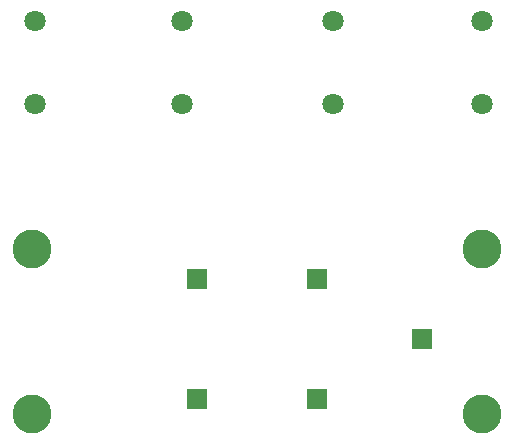
<source format=gbr>
%TF.GenerationSoftware,KiCad,Pcbnew,(5.1.6)-1*%
%TF.CreationDate,2020-10-08T10:17:58-07:00*%
%TF.ProjectId,piezobreakout,7069657a-6f62-4726-9561-6b6f75742e6b,rev?*%
%TF.SameCoordinates,Original*%
%TF.FileFunction,Soldermask,Bot*%
%TF.FilePolarity,Negative*%
%FSLAX46Y46*%
G04 Gerber Fmt 4.6, Leading zero omitted, Abs format (unit mm)*
G04 Created by KiCad (PCBNEW (5.1.6)-1) date 2020-10-08 10:17:58*
%MOMM*%
%LPD*%
G01*
G04 APERTURE LIST*
%ADD10C,3.300000*%
%ADD11R,1.800000X1.800000*%
%ADD12C,1.800000*%
G04 APERTURE END LIST*
D10*
%TO.C,H4*%
X109220000Y-114300000D03*
%TD*%
%TO.C,H3*%
X109220000Y-100330000D03*
%TD*%
%TO.C,H2*%
X147320000Y-100330000D03*
%TD*%
%TO.C,H1*%
X147320000Y-114300000D03*
%TD*%
D11*
%TO.C,J9*%
X133350000Y-113030000D03*
%TD*%
%TO.C,J8*%
X123190000Y-113030000D03*
%TD*%
%TO.C,J7*%
X133350000Y-102870000D03*
%TD*%
%TO.C,J6*%
X123190000Y-102870000D03*
%TD*%
%TO.C,J5*%
X142240000Y-107950000D03*
%TD*%
D12*
%TO.C,J4*%
X147320000Y-88066000D03*
X147320000Y-81066000D03*
%TD*%
%TO.C,J3*%
X134730000Y-88066000D03*
X134730000Y-81066000D03*
%TD*%
%TO.C,J2*%
X121920000Y-88066000D03*
X121920000Y-81066000D03*
%TD*%
%TO.C,J1*%
X109474000Y-88066000D03*
X109474000Y-81066000D03*
%TD*%
M02*

</source>
